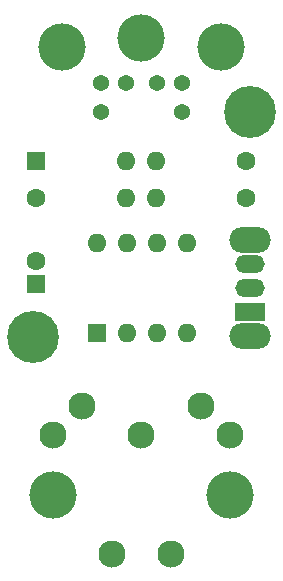
<source format=gbr>
%TF.GenerationSoftware,KiCad,Pcbnew,(6.0.2)*%
%TF.CreationDate,2025-12-01T11:41:35-08:00*%
%TF.ProjectId,ps2-xt,7073322d-7874-42e6-9b69-6361645f7063,rev?*%
%TF.SameCoordinates,Original*%
%TF.FileFunction,Soldermask,Top*%
%TF.FilePolarity,Negative*%
%FSLAX46Y46*%
G04 Gerber Fmt 4.6, Leading zero omitted, Abs format (unit mm)*
G04 Created by KiCad (PCBNEW (6.0.2)) date 2025-12-01 11:41:35*
%MOMM*%
%LPD*%
G01*
G04 APERTURE LIST*
%ADD10C,4.000500*%
%ADD11C,1.371600*%
%ADD12C,1.600000*%
%ADD13O,1.600000X1.600000*%
%ADD14R,1.600000X1.600000*%
%ADD15C,4.400000*%
%ADD16O,3.500000X2.200000*%
%ADD17R,2.500000X1.500000*%
%ADD18O,2.500000X1.500000*%
%ADD19C,2.300000*%
%ADD20C,4.000000*%
G04 APERTURE END LIST*
D10*
%TO.C,J2*%
X138747500Y-81993280D03*
X131997500Y-82793280D03*
X145497500Y-82793280D03*
D11*
X142147500Y-88293280D03*
X135347500Y-88293280D03*
X142147500Y-85793280D03*
X135347500Y-85793280D03*
X140047500Y-85793280D03*
X137447500Y-85793280D03*
%TD*%
D12*
%TO.C,R3*%
X147637500Y-92392500D03*
D13*
X140017500Y-92392500D03*
%TD*%
D14*
%TO.C,C1*%
X129857500Y-102872612D03*
D12*
X129857500Y-100872612D03*
%TD*%
D14*
%TO.C,U1*%
X134947500Y-106987500D03*
D13*
X137487500Y-106987500D03*
X140027500Y-106987500D03*
X142567500Y-106987500D03*
X142567500Y-99367500D03*
X140027500Y-99367500D03*
X137487500Y-99367500D03*
X134947500Y-99367500D03*
%TD*%
D14*
%TO.C,D1*%
X129857500Y-92392500D03*
D13*
X137477500Y-92392500D03*
%TD*%
D15*
%TO.C,H1*%
X147955000Y-88265000D03*
%TD*%
%TO.C,H2*%
X129540000Y-107315000D03*
%TD*%
D16*
%TO.C,SW1*%
X147955000Y-107287500D03*
X147955000Y-99087500D03*
D17*
X147955000Y-105187500D03*
D18*
X147955000Y-103187500D03*
X147955000Y-101187500D03*
%TD*%
D12*
%TO.C,R1*%
X147637500Y-95567500D03*
D13*
X140017500Y-95567500D03*
%TD*%
D19*
%TO.C,J1*%
X136247500Y-125667500D03*
X141247500Y-125667500D03*
X146247500Y-115667500D03*
X138747500Y-115667500D03*
X131247500Y-115667500D03*
X143747500Y-113167500D03*
X133747500Y-113167500D03*
D20*
X146247500Y-120667500D03*
X131247500Y-120667500D03*
%TD*%
D12*
%TO.C,R2*%
X129857500Y-95567500D03*
D13*
X137477500Y-95567500D03*
%TD*%
M02*

</source>
